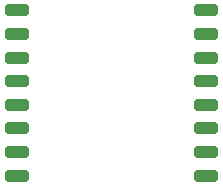
<source format=gbs>
%TF.GenerationSoftware,KiCad,Pcbnew,7.0.8*%
%TF.CreationDate,2024-01-16T20:57:43+00:00*%
%TF.ProjectId,RadioModule,52616469-6f4d-46f6-9475-6c652e6b6963,rev?*%
%TF.SameCoordinates,Original*%
%TF.FileFunction,Soldermask,Bot*%
%TF.FilePolarity,Negative*%
%FSLAX46Y46*%
G04 Gerber Fmt 4.6, Leading zero omitted, Abs format (unit mm)*
G04 Created by KiCad (PCBNEW 7.0.8) date 2024-01-16 20:57:43*
%MOMM*%
%LPD*%
G01*
G04 APERTURE LIST*
G04 Aperture macros list*
%AMRoundRect*
0 Rectangle with rounded corners*
0 $1 Rounding radius*
0 $2 $3 $4 $5 $6 $7 $8 $9 X,Y pos of 4 corners*
0 Add a 4 corners polygon primitive as box body*
4,1,4,$2,$3,$4,$5,$6,$7,$8,$9,$2,$3,0*
0 Add four circle primitives for the rounded corners*
1,1,$1+$1,$2,$3*
1,1,$1+$1,$4,$5*
1,1,$1+$1,$6,$7*
1,1,$1+$1,$8,$9*
0 Add four rect primitives between the rounded corners*
20,1,$1+$1,$2,$3,$4,$5,0*
20,1,$1+$1,$4,$5,$6,$7,0*
20,1,$1+$1,$6,$7,$8,$9,0*
20,1,$1+$1,$8,$9,$2,$3,0*%
G04 Aperture macros list end*
%ADD10RoundRect,0.250000X0.750000X-0.250000X0.750000X0.250000X-0.750000X0.250000X-0.750000X-0.250000X0*%
G04 APERTURE END LIST*
D10*
%TO.C,J5*%
X90000000Y-79000000D03*
%TD*%
%TO.C,J7*%
X90000000Y-83000000D03*
%TD*%
%TO.C,J9*%
X106000000Y-71000000D03*
%TD*%
%TO.C,J3*%
X90000000Y-75000000D03*
%TD*%
%TO.C,J16*%
X106000000Y-85000000D03*
%TD*%
%TO.C,J6*%
X90000000Y-81000000D03*
%TD*%
%TO.C,J12*%
X106000000Y-77000000D03*
%TD*%
%TO.C,J2*%
X90000000Y-73000000D03*
%TD*%
%TO.C,J11*%
X106000000Y-75000000D03*
%TD*%
%TO.C,J15*%
X106000000Y-83000000D03*
%TD*%
%TO.C,J4*%
X90000000Y-77000000D03*
%TD*%
%TO.C,J14*%
X106000000Y-81000000D03*
%TD*%
%TO.C,J1*%
X90000000Y-71000000D03*
%TD*%
%TO.C,J8*%
X90000000Y-85000000D03*
%TD*%
%TO.C,J10*%
X106000000Y-73000000D03*
%TD*%
%TO.C,J13*%
X106000000Y-79000000D03*
%TD*%
M02*

</source>
